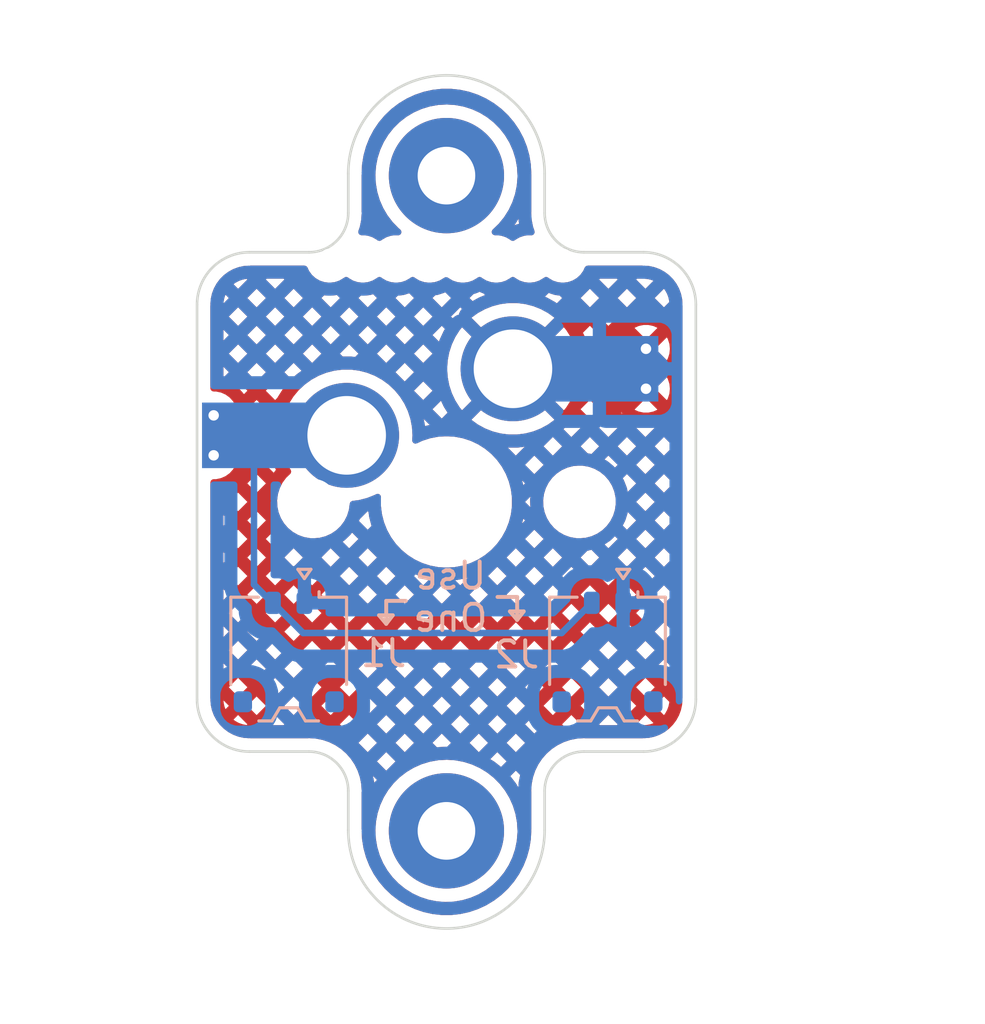
<source format=kicad_pcb>
(kicad_pcb (version 20211014) (generator pcbnew)
  (layers (0 "F.Cu" signal) (31 "B.Cu" signal) (34 "B.Paste" user) (35 "F.Paste" user) (36 "B.SilkS" user "B.Silkscreen") (37 "F.SilkS" user "F.Silkscreen") (38 "B.Mask" user) (39 "F.Mask" user) (44 "Edge.Cuts" user))
  (net 0 "")
  (net 1 "Net-(J1-Pad1)")
  (net 2 "Net-(J1-Pad2)")
  (footprint "Keebio-Parts:breakaway-mousebites" (layer "F.Cu") (at 101.9 90.475 180)
    (fp_text reference "REF**" hide)
    (fp_text value "breakaway-mousebites" hide)
    (pad "" np_thru_hole circle locked (at 2.54 -0.254 180) (size 0.7874 0.7874) (drill 0.7874) (layers *.Cu *.Mask))
    (pad "" np_thru_hole circle locked (at 0 -0.254 180) (size 0.7874 0.7874) (drill 0.7874) (layers *.Cu *.Mask))
    (pad "" np_thru_hole circle locked (at -1.27 -0.254 180) (size 0.7874 0.7874) (drill 0.7874) (layers *.Cu *.Mask))
    (pad "" np_thru_hole circle locked (at -2.54 -0.254 180) (size 0.7874 0.7874) (drill 0.7874) (layers *.Cu *.Mask))
    (pad "" np_thru_hole circle locked (at 1.27 -0.254 180) (size 0.7874 0.7874) (drill 0.7874) (layers *.Cu *.Mask))
  )
  (footprint "MX_Only:MXOnly-1U-Hotswap-Antishear" (layer "F.Cu") (at 100 100)
    (fp_text reference "SW1")
    (fp_text value "SW_Push")
    (pad "" np_thru_hole circle locked (at 0 0) (size 3.9878 3.9878) (drill 3.9878) (layers *.Cu *.Mask))
    (pad "" np_thru_hole circle locked (at -5.08 0 48.0996) (size 1.75 1.75) (drill 1.75) (layers *.Cu *.Mask))
    (pad "" np_thru_hole circle locked (at 5.08 0 48.0996) (size 1.75 1.75) (drill 1.75) (layers *.Cu *.Mask))
    (pad "1" thru_hole circle locked (at -8.89 -1.778) (size 0.8 0.8) (drill 0.4) (layers *.Cu) (net 2 "Net-(J1-Pad2)"))
    (pad "1" thru_hole circle locked (at -8.89 -3.302) (size 0.8 0.8) (drill 0.4) (layers *.Cu) (net 2 "Net-(J1-Pad2)"))
    (pad "1" thru_hole circle locked (at -3.81 -2.54) (size 4 4) (drill 3) (layers *.Cu) (net 2 "Net-(J1-Pad2)"))
    (pad "1" smd rect locked (at -7.085 -2.54) (size 4.5 2.5) (layers "B.Cu") (net 2 "Net-(J1-Pad2)"))
    (pad "2" thru_hole circle locked (at 7.62 -4.318) (size 0.8 0.8) (drill 0.4) (layers *.Cu) (net 1 "Net-(J1-Pad1)"))
    (pad "2" thru_hole circle locked (at 2.54 -5.08) (size 4 4) (drill 3) (layers *.Cu) (net 1 "Net-(J1-Pad1)"))
    (pad "2" smd rect locked (at 5.842 -5.08) (size 4.5 2.5) (layers "B.Cu") (net 1 "Net-(J1-Pad1)"))
    (pad "2" thru_hole circle locked (at 7.62 -5.842) (size 0.8 0.8) (drill 0.4) (layers *.Cu) (net 1 "Net-(J1-Pad1)"))
  )
  (footprint "MountingHole:MountingHole_2.2mm_M2_Pad_TopBottom" (layer "F.Cu") (at 100 112.55)
    (fp_text reference "H1" hide)
    (fp_text value "MountingHole")
    (pad "1" connect circle (at 0 0) (size 4.4 4.4) (layers "F.Cu" "F.Mask"))
    (pad "1" thru_hole circle (at 0 0) (size 2.6 2.6) (drill 2.2) (layers *.Cu *.Mask))
    (pad "1" connect circle (at 0 0) (size 4.4 4.4) (layers "B.Cu" "B.Mask"))
  )
  (footprint "MountingHole:MountingHole_2.2mm_M2_Pad_TopBottom" (layer "F.Cu") (at 100 87.55)
    (fp_text reference "H2" hide)
    (fp_text value "MountingHole")
    (pad "1" connect circle (at 0 0) (size 4.4 4.4) (layers "B.Cu" "B.Mask"))
    (pad "1" thru_hole circle (at 0 0) (size 2.6 2.6) (drill 2.2) (layers *.Cu *.Mask))
    (pad "1" connect circle (at 0 0) (size 4.4 4.4) (layers "F.Cu" "F.Mask"))
  )
  (footprint "Keebio-Parts:breakaway-mousebites" (layer "F.Cu") (at 98.075 90.475 180)
    (fp_text reference "REF**" hide)
    (fp_text value "breakaway-mousebites" hide)
    (pad "" np_thru_hole circle locked (at -1.27 -0.254 180) (size 0.7874 0.7874) (drill 0.7874) (layers *.Cu *.Mask))
    (pad "" np_thru_hole circle locked (at -2.54 -0.254 180) (size 0.7874 0.7874) (drill 0.7874) (layers *.Cu *.Mask))
    (pad "" np_thru_hole circle locked (at 0 -0.254 180) (size 0.7874 0.7874) (drill 0.7874) (layers *.Cu *.Mask))
    (pad "" np_thru_hole circle locked (at 2.54 -0.254 180) (size 0.7874 0.7874) (drill 0.7874) (layers *.Cu *.Mask))
    (pad "" np_thru_hole circle locked (at 1.27 -0.254 180) (size 0.7874 0.7874) (drill 0.7874) (layers *.Cu *.Mask))
  )
  (footprint "Connector_Molex:Molex_Pico-EZmate_78171-0002_1x02-1MP_P1.20mm_Vertical" (layer "B.Cu") (at 93.975 105.725 180)
    (fp_text reference "J1" (at -3.625 -0.05) (layer "B.SilkS") (effects (justify mirror)))
    (fp_text value "Conn_01x02_Female")
    (fp_line (start -1.14 -2.63) (end -0.64 -2.63) (layer "B.SilkS") (width 0.12))
    (fp_line (start -0.35 3.153553) (end -0.85 3.153553) (layer "B.SilkS") (width 0.12))
    (fp_line (start 0.34 -2.13) (end 0.64 -2.63) (layer "B.SilkS") (width 0.12))
    (fp_line (start 2.21 -1.24) (end 2.21 2.09) (layer "B.SilkS") (width 0.12))
    (fp_line (start -0.64 -2.63) (end -0.34 -2.13) (layer "B.SilkS") (width 0.12))
    (fp_line (start -2.21 -1.24) (end -2.21 2.09) (layer "B.SilkS") (width 0.12))
    (fp_line (start -0.34 -2.13) (end 0.34 -2.13) (layer "B.SilkS") (width 0.12))
    (fp_line (start -1.16 2.09) (end -1.16 2.3) (layer "B.SilkS") (width 0.12))
    (fp_line (start -0.6 2.8) (end -0.35 3.153553) (layer "B.SilkS") (width 0.12))
    (fp_line (start 0.64 -2.63) (end 1.14 -2.63) (layer "B.SilkS") (width 0.12))
    (fp_line (start -2.21 2.09) (end -1.16 2.09) (layer "B.SilkS") (width 0.12))
    (fp_line (start 2.21 2.09) (end 1.16 2.09) (layer "B.SilkS") (width 0.12))
    (fp_line (start -0.85 3.153553) (end -0.6 2.8) (layer "B.SilkS") (width 0.12))
    (pad "1" smd roundrect (at -0.6 1.875 180) (size 0.6 0.85) (layers "B.Cu" "B.Paste" "B.Mask") (net 1 "Net-(J1-Pad1)"))
    (pad "2" smd roundrect (at 0.6 1.875 180) (size 0.6 0.85) (layers "B.Cu" "B.Paste" "B.Mask") (net 2 "Net-(J1-Pad2)"))
    (pad "MP" smd roundrect (at 1.75 -1.9 180) (size 0.7 0.8) (layers "B.Cu" "B.Paste" "B.Mask"))
    (pad "MP" smd roundrect (at -1.75 -1.9 180) (size 0.7 0.8) (layers "B.Cu" "B.Paste" "B.Mask"))
  )
  (footprint "Connector_Molex:Molex_Pico-EZmate_78171-0002_1x02-1MP_P1.20mm_Vertical" (layer "B.Cu") (at 106.15 105.725 180)
    (fp_text reference "J2" (at 3.475 -0.1) (layer "B.SilkS") (effects (justify mirror)))
    (fp_text value "Conn_01x02_Female")
    (fp_line (start 2.21 -1.24) (end 2.21 2.09) (layer "B.SilkS") (width 0.12))
    (fp_line (start -0.6 2.8) (end -0.35 3.153553) (layer "B.SilkS") (width 0.12))
    (fp_line (start 2.21 2.09) (end 1.16 2.09) (layer "B.SilkS") (width 0.12))
    (fp_line (start -0.34 -2.13) (end 0.34 -2.13) (layer "B.SilkS") (width 0.12))
    (fp_line (start -2.21 -1.24) (end -2.21 2.09) (layer "B.SilkS") (width 0.12))
    (fp_line (start -1.16 2.09) (end -1.16 2.3) (layer "B.SilkS") (width 0.12))
    (fp_line (start -0.64 -2.63) (end -0.34 -2.13) (layer "B.SilkS") (width 0.12))
    (fp_line (start -2.21 2.09) (end -1.16 2.09) (layer "B.SilkS") (width 0.12))
    (fp_line (start -1.14 -2.63) (end -0.64 -2.63) (layer "B.SilkS") (width 0.12))
    (fp_line (start -0.85 3.153553) (end -0.6 2.8) (layer "B.SilkS") (width 0.12))
    (fp_line (start -0.35 3.153553) (end -0.85 3.153553) (layer "B.SilkS") (width 0.12))
    (fp_line (start 0.64 -2.63) (end 1.14 -2.63) (layer "B.SilkS") (width 0.12))
    (fp_line (start 0.34 -2.13) (end 0.64 -2.63) (layer "B.SilkS") (width 0.12))
    (pad "1" smd roundrect (at -0.6 1.875 180) (size 0.6 0.85) (layers "B.Cu" "B.Paste" "B.Mask") (net 1 "Net-(J1-Pad1)"))
    (pad "2" smd roundrect (at 0.6 1.875 180) (size 0.6 0.85) (layers "B.Cu" "B.Paste" "B.Mask") (net 2 "Net-(J1-Pad2)"))
    (pad "MP" smd roundrect (at 1.75 -1.9 180) (size 0.7 0.8) (layers "B.Cu" "B.Paste" "B.Mask"))
    (pad "MP" smd roundrect (at -1.75 -1.9 180) (size 0.7 0.8) (layers "B.Cu" "B.Paste" "B.Mask"))
  )
  (gr_line (start 98.45 103.775) (end 97.7 103.775) (layer "B.SilkS") (width 0.15))
  (gr_line (start 97.95 104.325) (end 97.7 104.65) (layer "B.SilkS") (width 0.15))
  (gr_line (start 97.7 104.65) (end 97.425 104.325) (layer "B.SilkS") (width 0.15))
  (gr_line (start 102.7 104.5) (end 102.425 104.175) (layer "B.SilkS") (width 0.15))
  (gr_line (start 102.425 104.175) (end 102.95 104.175) (layer "B.SilkS") (width 0.15))
  (gr_line (start 102.7 103.625) (end 102.7 104.5) (layer "B.SilkS") (width 0.15))
  (gr_line (start 102.95 104.175) (end 102.7 104.5) (layer "B.SilkS") (width 0.15))
  (gr_line (start 102.7 103.625) (end 101.95 103.625) (layer "B.SilkS") (width 0.15))
  (gr_line (start 97.425 104.325) (end 97.95 104.325) (layer "B.SilkS") (width 0.15))
  (gr_line (start 97.7 103.775) (end 97.7 104.65) (layer "B.SilkS") (width 0.15))
  (gr_line (start 103.75 87.475) (end 103.75 88.975) (layer "Edge.Cuts") (width 0.1))
  (gr_arc (start 94.75 109.525) (mid 95.81066 109.96434) (end 96.25 111.025) (layer "Edge.Cuts") (width 0.1))
  (gr_line (start 92.475 90.475) (end 94.75 90.475) (layer "Edge.Cuts") (width 0.1))
  (gr_arc (start 92.475 109.525) (mid 91.060786 108.939214) (end 90.475 107.525) (layer "Edge.Cuts") (width 0.1))
  (gr_arc (start 103.75 111.025) (mid 104.18934 109.96434) (end 105.25 109.525) (layer "Edge.Cuts") (width 0.1))
  (gr_arc (start 107.525 90.475) (mid 108.939214 91.060786) (end 109.525 92.475) (layer "Edge.Cuts") (width 0.1))
  (gr_arc (start 90.475 92.475) (mid 91.060786 91.060786) (end 92.475 90.475) (layer "Edge.Cuts") (width 0.1))
  (gr_line (start 107.525 90.475) (end 105.25 90.475) (layer "Edge.Cuts") (width 0.1))
  (gr_line (start 96.25 87.475) (end 96.25 88.975) (layer "Edge.Cuts") (width 0.1))
  (gr_line (start 96.25 112.525) (end 96.25 111.025) (layer "Edge.Cuts") (width 0.1))
  (gr_arc (start 109.525 107.525) (mid 108.939214 108.939214) (end 107.525 109.525) (layer "Edge.Cuts") (width 0.1))
  (gr_line (start 90.475 92.475) (end 90.475 107.525) (layer "Edge.Cuts") (width 0.1))
  (gr_arc (start 96.25 88.975) (mid 95.81066 90.03566) (end 94.75 90.475) (layer "Edge.Cuts") (width 0.1))
  (gr_line (start 92.475 109.525) (end 94.75 109.525) (layer "Edge.Cuts") (width 0.1))
  (gr_arc (start 105.25 90.475) (mid 104.18934 90.03566) (end 103.75 88.975) (layer "Edge.Cuts") (width 0.1))
  (gr_arc (start 103.75 112.525) (mid 100 116.275) (end 96.25 112.525) (layer "Edge.Cuts") (width 0.1))
  (gr_arc (start 96.25 87.475) (mid 100 83.725) (end 103.75 87.475) (layer "Edge.Cuts") (width 0.1))
  (gr_line (start 109.525 92.475) (end 109.525 107.525) (layer "Edge.Cuts") (width 0.1))
  (gr_line (start 107.525 109.525) (end 105.25 109.525) (layer "Edge.Cuts") (width 0.1))
  (gr_line (start 103.75 112.525) (end 103.75 111.025) (layer "Edge.Cuts") (width 0.1))
  (gr_text "Use\nOne" (at 100.15 103.625) (layer "B.SilkS") (effects (font (size 1 1)) (justify mirror)))
  (segment (start 92.65 98.4) (end 92.65 103.15) (width 0.25) (layer "B.Cu") (net 2))
  (segment (start 105.55 103.85) (end 104.4 105) (width 0.25) (layer "B.Cu") (net 2))
  (segment (start 95.89 97.385) (end 93.665 97.385) (width 0.25) (layer "B.Cu") (net 2))
  (segment (start 92.65 103.15) (end 93.35 103.85) (width 0.25) (layer "B.Cu") (net 2))
  (segment (start 93.665 97.385) (end 92.65 98.4) (width 0.25) (layer "B.Cu") (net 2))
  (segment (start 94.525 105) (end 93.375 103.85) (width 0.25) (layer "B.Cu") (net 2))
  (segment (start 104.4 105) (end 94.525 105) (width 0.25) (layer "B.Cu") (net 2))
  (zone (net 1) (net_name "Net-(J1-Pad1)") (layers F&B.Cu) (connect_pads (clearance 0.508)) (min_thickness 0.254) (fill yes (mode hatch) (thermal_gap 0.508) (thermal_bridge_width 0.508) (island_removal_mode 1) (island_area_min 0) (hatch_thickness 0.5) (hatch_gap 0.5) (hatch_orientation 45) (hatch_border_algorithm hatch_thickness) (hatch_min_hole_area 0.3))
    (polygon (pts (xy 120.575 119.925) (xy 82.95 118.8) (xy 83.8 81.825) (xy 118.725 80.85)))
  )
)
</source>
